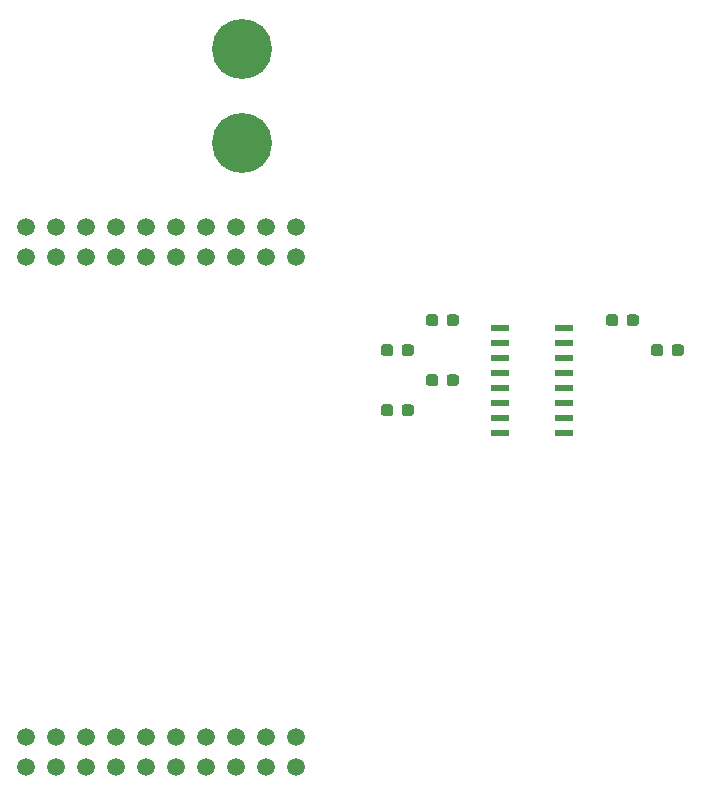
<source format=gbr>
G04 #@! TF.GenerationSoftware,KiCad,Pcbnew,(5.0.0)*
G04 #@! TF.CreationDate,2018-10-03T21:49:54-05:00*
G04 #@! TF.ProjectId,DriveBoard_Hardware,4472697665426F6172645F4861726477,rev?*
G04 #@! TF.SameCoordinates,Original*
G04 #@! TF.FileFunction,Paste,Top*
G04 #@! TF.FilePolarity,Positive*
%FSLAX46Y46*%
G04 Gerber Fmt 4.6, Leading zero omitted, Abs format (unit mm)*
G04 Created by KiCad (PCBNEW (5.0.0)) date 10/03/18 21:49:54*
%MOMM*%
%LPD*%
G01*
G04 APERTURE LIST*
%ADD10C,1.520000*%
%ADD11R,1.500000X0.600000*%
%ADD12C,5.080000*%
%ADD13C,0.100000*%
%ADD14C,0.950000*%
G04 APERTURE END LIST*
D10*
G04 #@! TO.C,U1*
X118389001Y-111505001D03*
X141249001Y-65785001D03*
X138709001Y-65785001D03*
X131089001Y-65785001D03*
X128549001Y-108965001D03*
X133629001Y-65785001D03*
X136169001Y-65785001D03*
X133629001Y-111505001D03*
X138709001Y-108965001D03*
X128549001Y-65785001D03*
X126009001Y-65785001D03*
X138709001Y-111505001D03*
X133629001Y-108965001D03*
X131089001Y-108965001D03*
X118389001Y-108965001D03*
X120929001Y-108965001D03*
X123469001Y-108965001D03*
X126009001Y-108965001D03*
X136169001Y-108965001D03*
X141249001Y-108965001D03*
X120929001Y-111505001D03*
X123469001Y-111505001D03*
X126009001Y-111505001D03*
X128549001Y-111505001D03*
X131089001Y-111505001D03*
X136169001Y-111505001D03*
X141249001Y-111505001D03*
X118389001Y-68325001D03*
X120929001Y-68325001D03*
X123469001Y-68325001D03*
X126009001Y-68325001D03*
X128549001Y-68325001D03*
X131089001Y-68325001D03*
X133629001Y-68325001D03*
X136169001Y-68325001D03*
X138709001Y-68325001D03*
X141249001Y-68325001D03*
X118389001Y-65785001D03*
X120929001Y-65785001D03*
X123469001Y-65785001D03*
G04 #@! TD*
D11*
G04 #@! TO.C,U2*
X158590000Y-74295000D03*
X158590000Y-75565000D03*
X158590000Y-76835000D03*
X158590000Y-78105000D03*
X158590000Y-79375000D03*
X158590000Y-80645000D03*
X158590000Y-81915000D03*
X158590000Y-83185000D03*
X163990000Y-83185000D03*
X163990000Y-81915000D03*
X163990000Y-80645000D03*
X163990000Y-79375000D03*
X163990000Y-78105000D03*
X163990000Y-76835000D03*
X163990000Y-75565000D03*
X163990000Y-74295000D03*
G04 #@! TD*
D12*
G04 #@! TO.C,Conn1*
X136677400Y-58675000D03*
X136677400Y-50674000D03*
G04 #@! TD*
D13*
G04 #@! TO.C,C1*
G36*
X149295779Y-75726144D02*
X149318834Y-75729563D01*
X149341443Y-75735227D01*
X149363387Y-75743079D01*
X149384457Y-75753044D01*
X149404448Y-75765026D01*
X149423168Y-75778910D01*
X149440438Y-75794562D01*
X149456090Y-75811832D01*
X149469974Y-75830552D01*
X149481956Y-75850543D01*
X149491921Y-75871613D01*
X149499773Y-75893557D01*
X149505437Y-75916166D01*
X149508856Y-75939221D01*
X149510000Y-75962500D01*
X149510000Y-76437500D01*
X149508856Y-76460779D01*
X149505437Y-76483834D01*
X149499773Y-76506443D01*
X149491921Y-76528387D01*
X149481956Y-76549457D01*
X149469974Y-76569448D01*
X149456090Y-76588168D01*
X149440438Y-76605438D01*
X149423168Y-76621090D01*
X149404448Y-76634974D01*
X149384457Y-76646956D01*
X149363387Y-76656921D01*
X149341443Y-76664773D01*
X149318834Y-76670437D01*
X149295779Y-76673856D01*
X149272500Y-76675000D01*
X148697500Y-76675000D01*
X148674221Y-76673856D01*
X148651166Y-76670437D01*
X148628557Y-76664773D01*
X148606613Y-76656921D01*
X148585543Y-76646956D01*
X148565552Y-76634974D01*
X148546832Y-76621090D01*
X148529562Y-76605438D01*
X148513910Y-76588168D01*
X148500026Y-76569448D01*
X148488044Y-76549457D01*
X148478079Y-76528387D01*
X148470227Y-76506443D01*
X148464563Y-76483834D01*
X148461144Y-76460779D01*
X148460000Y-76437500D01*
X148460000Y-75962500D01*
X148461144Y-75939221D01*
X148464563Y-75916166D01*
X148470227Y-75893557D01*
X148478079Y-75871613D01*
X148488044Y-75850543D01*
X148500026Y-75830552D01*
X148513910Y-75811832D01*
X148529562Y-75794562D01*
X148546832Y-75778910D01*
X148565552Y-75765026D01*
X148585543Y-75753044D01*
X148606613Y-75743079D01*
X148628557Y-75735227D01*
X148651166Y-75729563D01*
X148674221Y-75726144D01*
X148697500Y-75725000D01*
X149272500Y-75725000D01*
X149295779Y-75726144D01*
X149295779Y-75726144D01*
G37*
D14*
X148985000Y-76200000D03*
D13*
G36*
X151045779Y-75726144D02*
X151068834Y-75729563D01*
X151091443Y-75735227D01*
X151113387Y-75743079D01*
X151134457Y-75753044D01*
X151154448Y-75765026D01*
X151173168Y-75778910D01*
X151190438Y-75794562D01*
X151206090Y-75811832D01*
X151219974Y-75830552D01*
X151231956Y-75850543D01*
X151241921Y-75871613D01*
X151249773Y-75893557D01*
X151255437Y-75916166D01*
X151258856Y-75939221D01*
X151260000Y-75962500D01*
X151260000Y-76437500D01*
X151258856Y-76460779D01*
X151255437Y-76483834D01*
X151249773Y-76506443D01*
X151241921Y-76528387D01*
X151231956Y-76549457D01*
X151219974Y-76569448D01*
X151206090Y-76588168D01*
X151190438Y-76605438D01*
X151173168Y-76621090D01*
X151154448Y-76634974D01*
X151134457Y-76646956D01*
X151113387Y-76656921D01*
X151091443Y-76664773D01*
X151068834Y-76670437D01*
X151045779Y-76673856D01*
X151022500Y-76675000D01*
X150447500Y-76675000D01*
X150424221Y-76673856D01*
X150401166Y-76670437D01*
X150378557Y-76664773D01*
X150356613Y-76656921D01*
X150335543Y-76646956D01*
X150315552Y-76634974D01*
X150296832Y-76621090D01*
X150279562Y-76605438D01*
X150263910Y-76588168D01*
X150250026Y-76569448D01*
X150238044Y-76549457D01*
X150228079Y-76528387D01*
X150220227Y-76506443D01*
X150214563Y-76483834D01*
X150211144Y-76460779D01*
X150210000Y-76437500D01*
X150210000Y-75962500D01*
X150211144Y-75939221D01*
X150214563Y-75916166D01*
X150220227Y-75893557D01*
X150228079Y-75871613D01*
X150238044Y-75850543D01*
X150250026Y-75830552D01*
X150263910Y-75811832D01*
X150279562Y-75794562D01*
X150296832Y-75778910D01*
X150315552Y-75765026D01*
X150335543Y-75753044D01*
X150356613Y-75743079D01*
X150378557Y-75735227D01*
X150401166Y-75729563D01*
X150424221Y-75726144D01*
X150447500Y-75725000D01*
X151022500Y-75725000D01*
X151045779Y-75726144D01*
X151045779Y-75726144D01*
G37*
D14*
X150735000Y-76200000D03*
G04 #@! TD*
D13*
G04 #@! TO.C,C2*
G36*
X151045779Y-80806144D02*
X151068834Y-80809563D01*
X151091443Y-80815227D01*
X151113387Y-80823079D01*
X151134457Y-80833044D01*
X151154448Y-80845026D01*
X151173168Y-80858910D01*
X151190438Y-80874562D01*
X151206090Y-80891832D01*
X151219974Y-80910552D01*
X151231956Y-80930543D01*
X151241921Y-80951613D01*
X151249773Y-80973557D01*
X151255437Y-80996166D01*
X151258856Y-81019221D01*
X151260000Y-81042500D01*
X151260000Y-81517500D01*
X151258856Y-81540779D01*
X151255437Y-81563834D01*
X151249773Y-81586443D01*
X151241921Y-81608387D01*
X151231956Y-81629457D01*
X151219974Y-81649448D01*
X151206090Y-81668168D01*
X151190438Y-81685438D01*
X151173168Y-81701090D01*
X151154448Y-81714974D01*
X151134457Y-81726956D01*
X151113387Y-81736921D01*
X151091443Y-81744773D01*
X151068834Y-81750437D01*
X151045779Y-81753856D01*
X151022500Y-81755000D01*
X150447500Y-81755000D01*
X150424221Y-81753856D01*
X150401166Y-81750437D01*
X150378557Y-81744773D01*
X150356613Y-81736921D01*
X150335543Y-81726956D01*
X150315552Y-81714974D01*
X150296832Y-81701090D01*
X150279562Y-81685438D01*
X150263910Y-81668168D01*
X150250026Y-81649448D01*
X150238044Y-81629457D01*
X150228079Y-81608387D01*
X150220227Y-81586443D01*
X150214563Y-81563834D01*
X150211144Y-81540779D01*
X150210000Y-81517500D01*
X150210000Y-81042500D01*
X150211144Y-81019221D01*
X150214563Y-80996166D01*
X150220227Y-80973557D01*
X150228079Y-80951613D01*
X150238044Y-80930543D01*
X150250026Y-80910552D01*
X150263910Y-80891832D01*
X150279562Y-80874562D01*
X150296832Y-80858910D01*
X150315552Y-80845026D01*
X150335543Y-80833044D01*
X150356613Y-80823079D01*
X150378557Y-80815227D01*
X150401166Y-80809563D01*
X150424221Y-80806144D01*
X150447500Y-80805000D01*
X151022500Y-80805000D01*
X151045779Y-80806144D01*
X151045779Y-80806144D01*
G37*
D14*
X150735000Y-81280000D03*
D13*
G36*
X149295779Y-80806144D02*
X149318834Y-80809563D01*
X149341443Y-80815227D01*
X149363387Y-80823079D01*
X149384457Y-80833044D01*
X149404448Y-80845026D01*
X149423168Y-80858910D01*
X149440438Y-80874562D01*
X149456090Y-80891832D01*
X149469974Y-80910552D01*
X149481956Y-80930543D01*
X149491921Y-80951613D01*
X149499773Y-80973557D01*
X149505437Y-80996166D01*
X149508856Y-81019221D01*
X149510000Y-81042500D01*
X149510000Y-81517500D01*
X149508856Y-81540779D01*
X149505437Y-81563834D01*
X149499773Y-81586443D01*
X149491921Y-81608387D01*
X149481956Y-81629457D01*
X149469974Y-81649448D01*
X149456090Y-81668168D01*
X149440438Y-81685438D01*
X149423168Y-81701090D01*
X149404448Y-81714974D01*
X149384457Y-81726956D01*
X149363387Y-81736921D01*
X149341443Y-81744773D01*
X149318834Y-81750437D01*
X149295779Y-81753856D01*
X149272500Y-81755000D01*
X148697500Y-81755000D01*
X148674221Y-81753856D01*
X148651166Y-81750437D01*
X148628557Y-81744773D01*
X148606613Y-81736921D01*
X148585543Y-81726956D01*
X148565552Y-81714974D01*
X148546832Y-81701090D01*
X148529562Y-81685438D01*
X148513910Y-81668168D01*
X148500026Y-81649448D01*
X148488044Y-81629457D01*
X148478079Y-81608387D01*
X148470227Y-81586443D01*
X148464563Y-81563834D01*
X148461144Y-81540779D01*
X148460000Y-81517500D01*
X148460000Y-81042500D01*
X148461144Y-81019221D01*
X148464563Y-80996166D01*
X148470227Y-80973557D01*
X148478079Y-80951613D01*
X148488044Y-80930543D01*
X148500026Y-80910552D01*
X148513910Y-80891832D01*
X148529562Y-80874562D01*
X148546832Y-80858910D01*
X148565552Y-80845026D01*
X148585543Y-80833044D01*
X148606613Y-80823079D01*
X148628557Y-80815227D01*
X148651166Y-80809563D01*
X148674221Y-80806144D01*
X148697500Y-80805000D01*
X149272500Y-80805000D01*
X149295779Y-80806144D01*
X149295779Y-80806144D01*
G37*
D14*
X148985000Y-81280000D03*
G04 #@! TD*
D13*
G04 #@! TO.C,C3*
G36*
X173905779Y-75726144D02*
X173928834Y-75729563D01*
X173951443Y-75735227D01*
X173973387Y-75743079D01*
X173994457Y-75753044D01*
X174014448Y-75765026D01*
X174033168Y-75778910D01*
X174050438Y-75794562D01*
X174066090Y-75811832D01*
X174079974Y-75830552D01*
X174091956Y-75850543D01*
X174101921Y-75871613D01*
X174109773Y-75893557D01*
X174115437Y-75916166D01*
X174118856Y-75939221D01*
X174120000Y-75962500D01*
X174120000Y-76437500D01*
X174118856Y-76460779D01*
X174115437Y-76483834D01*
X174109773Y-76506443D01*
X174101921Y-76528387D01*
X174091956Y-76549457D01*
X174079974Y-76569448D01*
X174066090Y-76588168D01*
X174050438Y-76605438D01*
X174033168Y-76621090D01*
X174014448Y-76634974D01*
X173994457Y-76646956D01*
X173973387Y-76656921D01*
X173951443Y-76664773D01*
X173928834Y-76670437D01*
X173905779Y-76673856D01*
X173882500Y-76675000D01*
X173307500Y-76675000D01*
X173284221Y-76673856D01*
X173261166Y-76670437D01*
X173238557Y-76664773D01*
X173216613Y-76656921D01*
X173195543Y-76646956D01*
X173175552Y-76634974D01*
X173156832Y-76621090D01*
X173139562Y-76605438D01*
X173123910Y-76588168D01*
X173110026Y-76569448D01*
X173098044Y-76549457D01*
X173088079Y-76528387D01*
X173080227Y-76506443D01*
X173074563Y-76483834D01*
X173071144Y-76460779D01*
X173070000Y-76437500D01*
X173070000Y-75962500D01*
X173071144Y-75939221D01*
X173074563Y-75916166D01*
X173080227Y-75893557D01*
X173088079Y-75871613D01*
X173098044Y-75850543D01*
X173110026Y-75830552D01*
X173123910Y-75811832D01*
X173139562Y-75794562D01*
X173156832Y-75778910D01*
X173175552Y-75765026D01*
X173195543Y-75753044D01*
X173216613Y-75743079D01*
X173238557Y-75735227D01*
X173261166Y-75729563D01*
X173284221Y-75726144D01*
X173307500Y-75725000D01*
X173882500Y-75725000D01*
X173905779Y-75726144D01*
X173905779Y-75726144D01*
G37*
D14*
X173595000Y-76200000D03*
D13*
G36*
X172155779Y-75726144D02*
X172178834Y-75729563D01*
X172201443Y-75735227D01*
X172223387Y-75743079D01*
X172244457Y-75753044D01*
X172264448Y-75765026D01*
X172283168Y-75778910D01*
X172300438Y-75794562D01*
X172316090Y-75811832D01*
X172329974Y-75830552D01*
X172341956Y-75850543D01*
X172351921Y-75871613D01*
X172359773Y-75893557D01*
X172365437Y-75916166D01*
X172368856Y-75939221D01*
X172370000Y-75962500D01*
X172370000Y-76437500D01*
X172368856Y-76460779D01*
X172365437Y-76483834D01*
X172359773Y-76506443D01*
X172351921Y-76528387D01*
X172341956Y-76549457D01*
X172329974Y-76569448D01*
X172316090Y-76588168D01*
X172300438Y-76605438D01*
X172283168Y-76621090D01*
X172264448Y-76634974D01*
X172244457Y-76646956D01*
X172223387Y-76656921D01*
X172201443Y-76664773D01*
X172178834Y-76670437D01*
X172155779Y-76673856D01*
X172132500Y-76675000D01*
X171557500Y-76675000D01*
X171534221Y-76673856D01*
X171511166Y-76670437D01*
X171488557Y-76664773D01*
X171466613Y-76656921D01*
X171445543Y-76646956D01*
X171425552Y-76634974D01*
X171406832Y-76621090D01*
X171389562Y-76605438D01*
X171373910Y-76588168D01*
X171360026Y-76569448D01*
X171348044Y-76549457D01*
X171338079Y-76528387D01*
X171330227Y-76506443D01*
X171324563Y-76483834D01*
X171321144Y-76460779D01*
X171320000Y-76437500D01*
X171320000Y-75962500D01*
X171321144Y-75939221D01*
X171324563Y-75916166D01*
X171330227Y-75893557D01*
X171338079Y-75871613D01*
X171348044Y-75850543D01*
X171360026Y-75830552D01*
X171373910Y-75811832D01*
X171389562Y-75794562D01*
X171406832Y-75778910D01*
X171425552Y-75765026D01*
X171445543Y-75753044D01*
X171466613Y-75743079D01*
X171488557Y-75735227D01*
X171511166Y-75729563D01*
X171534221Y-75726144D01*
X171557500Y-75725000D01*
X172132500Y-75725000D01*
X172155779Y-75726144D01*
X172155779Y-75726144D01*
G37*
D14*
X171845000Y-76200000D03*
G04 #@! TD*
D13*
G04 #@! TO.C,C4*
G36*
X153105779Y-73186144D02*
X153128834Y-73189563D01*
X153151443Y-73195227D01*
X153173387Y-73203079D01*
X153194457Y-73213044D01*
X153214448Y-73225026D01*
X153233168Y-73238910D01*
X153250438Y-73254562D01*
X153266090Y-73271832D01*
X153279974Y-73290552D01*
X153291956Y-73310543D01*
X153301921Y-73331613D01*
X153309773Y-73353557D01*
X153315437Y-73376166D01*
X153318856Y-73399221D01*
X153320000Y-73422500D01*
X153320000Y-73897500D01*
X153318856Y-73920779D01*
X153315437Y-73943834D01*
X153309773Y-73966443D01*
X153301921Y-73988387D01*
X153291956Y-74009457D01*
X153279974Y-74029448D01*
X153266090Y-74048168D01*
X153250438Y-74065438D01*
X153233168Y-74081090D01*
X153214448Y-74094974D01*
X153194457Y-74106956D01*
X153173387Y-74116921D01*
X153151443Y-74124773D01*
X153128834Y-74130437D01*
X153105779Y-74133856D01*
X153082500Y-74135000D01*
X152507500Y-74135000D01*
X152484221Y-74133856D01*
X152461166Y-74130437D01*
X152438557Y-74124773D01*
X152416613Y-74116921D01*
X152395543Y-74106956D01*
X152375552Y-74094974D01*
X152356832Y-74081090D01*
X152339562Y-74065438D01*
X152323910Y-74048168D01*
X152310026Y-74029448D01*
X152298044Y-74009457D01*
X152288079Y-73988387D01*
X152280227Y-73966443D01*
X152274563Y-73943834D01*
X152271144Y-73920779D01*
X152270000Y-73897500D01*
X152270000Y-73422500D01*
X152271144Y-73399221D01*
X152274563Y-73376166D01*
X152280227Y-73353557D01*
X152288079Y-73331613D01*
X152298044Y-73310543D01*
X152310026Y-73290552D01*
X152323910Y-73271832D01*
X152339562Y-73254562D01*
X152356832Y-73238910D01*
X152375552Y-73225026D01*
X152395543Y-73213044D01*
X152416613Y-73203079D01*
X152438557Y-73195227D01*
X152461166Y-73189563D01*
X152484221Y-73186144D01*
X152507500Y-73185000D01*
X153082500Y-73185000D01*
X153105779Y-73186144D01*
X153105779Y-73186144D01*
G37*
D14*
X152795000Y-73660000D03*
D13*
G36*
X154855779Y-73186144D02*
X154878834Y-73189563D01*
X154901443Y-73195227D01*
X154923387Y-73203079D01*
X154944457Y-73213044D01*
X154964448Y-73225026D01*
X154983168Y-73238910D01*
X155000438Y-73254562D01*
X155016090Y-73271832D01*
X155029974Y-73290552D01*
X155041956Y-73310543D01*
X155051921Y-73331613D01*
X155059773Y-73353557D01*
X155065437Y-73376166D01*
X155068856Y-73399221D01*
X155070000Y-73422500D01*
X155070000Y-73897500D01*
X155068856Y-73920779D01*
X155065437Y-73943834D01*
X155059773Y-73966443D01*
X155051921Y-73988387D01*
X155041956Y-74009457D01*
X155029974Y-74029448D01*
X155016090Y-74048168D01*
X155000438Y-74065438D01*
X154983168Y-74081090D01*
X154964448Y-74094974D01*
X154944457Y-74106956D01*
X154923387Y-74116921D01*
X154901443Y-74124773D01*
X154878834Y-74130437D01*
X154855779Y-74133856D01*
X154832500Y-74135000D01*
X154257500Y-74135000D01*
X154234221Y-74133856D01*
X154211166Y-74130437D01*
X154188557Y-74124773D01*
X154166613Y-74116921D01*
X154145543Y-74106956D01*
X154125552Y-74094974D01*
X154106832Y-74081090D01*
X154089562Y-74065438D01*
X154073910Y-74048168D01*
X154060026Y-74029448D01*
X154048044Y-74009457D01*
X154038079Y-73988387D01*
X154030227Y-73966443D01*
X154024563Y-73943834D01*
X154021144Y-73920779D01*
X154020000Y-73897500D01*
X154020000Y-73422500D01*
X154021144Y-73399221D01*
X154024563Y-73376166D01*
X154030227Y-73353557D01*
X154038079Y-73331613D01*
X154048044Y-73310543D01*
X154060026Y-73290552D01*
X154073910Y-73271832D01*
X154089562Y-73254562D01*
X154106832Y-73238910D01*
X154125552Y-73225026D01*
X154145543Y-73213044D01*
X154166613Y-73203079D01*
X154188557Y-73195227D01*
X154211166Y-73189563D01*
X154234221Y-73186144D01*
X154257500Y-73185000D01*
X154832500Y-73185000D01*
X154855779Y-73186144D01*
X154855779Y-73186144D01*
G37*
D14*
X154545000Y-73660000D03*
G04 #@! TD*
D13*
G04 #@! TO.C,C5*
G36*
X154855779Y-78266144D02*
X154878834Y-78269563D01*
X154901443Y-78275227D01*
X154923387Y-78283079D01*
X154944457Y-78293044D01*
X154964448Y-78305026D01*
X154983168Y-78318910D01*
X155000438Y-78334562D01*
X155016090Y-78351832D01*
X155029974Y-78370552D01*
X155041956Y-78390543D01*
X155051921Y-78411613D01*
X155059773Y-78433557D01*
X155065437Y-78456166D01*
X155068856Y-78479221D01*
X155070000Y-78502500D01*
X155070000Y-78977500D01*
X155068856Y-79000779D01*
X155065437Y-79023834D01*
X155059773Y-79046443D01*
X155051921Y-79068387D01*
X155041956Y-79089457D01*
X155029974Y-79109448D01*
X155016090Y-79128168D01*
X155000438Y-79145438D01*
X154983168Y-79161090D01*
X154964448Y-79174974D01*
X154944457Y-79186956D01*
X154923387Y-79196921D01*
X154901443Y-79204773D01*
X154878834Y-79210437D01*
X154855779Y-79213856D01*
X154832500Y-79215000D01*
X154257500Y-79215000D01*
X154234221Y-79213856D01*
X154211166Y-79210437D01*
X154188557Y-79204773D01*
X154166613Y-79196921D01*
X154145543Y-79186956D01*
X154125552Y-79174974D01*
X154106832Y-79161090D01*
X154089562Y-79145438D01*
X154073910Y-79128168D01*
X154060026Y-79109448D01*
X154048044Y-79089457D01*
X154038079Y-79068387D01*
X154030227Y-79046443D01*
X154024563Y-79023834D01*
X154021144Y-79000779D01*
X154020000Y-78977500D01*
X154020000Y-78502500D01*
X154021144Y-78479221D01*
X154024563Y-78456166D01*
X154030227Y-78433557D01*
X154038079Y-78411613D01*
X154048044Y-78390543D01*
X154060026Y-78370552D01*
X154073910Y-78351832D01*
X154089562Y-78334562D01*
X154106832Y-78318910D01*
X154125552Y-78305026D01*
X154145543Y-78293044D01*
X154166613Y-78283079D01*
X154188557Y-78275227D01*
X154211166Y-78269563D01*
X154234221Y-78266144D01*
X154257500Y-78265000D01*
X154832500Y-78265000D01*
X154855779Y-78266144D01*
X154855779Y-78266144D01*
G37*
D14*
X154545000Y-78740000D03*
D13*
G36*
X153105779Y-78266144D02*
X153128834Y-78269563D01*
X153151443Y-78275227D01*
X153173387Y-78283079D01*
X153194457Y-78293044D01*
X153214448Y-78305026D01*
X153233168Y-78318910D01*
X153250438Y-78334562D01*
X153266090Y-78351832D01*
X153279974Y-78370552D01*
X153291956Y-78390543D01*
X153301921Y-78411613D01*
X153309773Y-78433557D01*
X153315437Y-78456166D01*
X153318856Y-78479221D01*
X153320000Y-78502500D01*
X153320000Y-78977500D01*
X153318856Y-79000779D01*
X153315437Y-79023834D01*
X153309773Y-79046443D01*
X153301921Y-79068387D01*
X153291956Y-79089457D01*
X153279974Y-79109448D01*
X153266090Y-79128168D01*
X153250438Y-79145438D01*
X153233168Y-79161090D01*
X153214448Y-79174974D01*
X153194457Y-79186956D01*
X153173387Y-79196921D01*
X153151443Y-79204773D01*
X153128834Y-79210437D01*
X153105779Y-79213856D01*
X153082500Y-79215000D01*
X152507500Y-79215000D01*
X152484221Y-79213856D01*
X152461166Y-79210437D01*
X152438557Y-79204773D01*
X152416613Y-79196921D01*
X152395543Y-79186956D01*
X152375552Y-79174974D01*
X152356832Y-79161090D01*
X152339562Y-79145438D01*
X152323910Y-79128168D01*
X152310026Y-79109448D01*
X152298044Y-79089457D01*
X152288079Y-79068387D01*
X152280227Y-79046443D01*
X152274563Y-79023834D01*
X152271144Y-79000779D01*
X152270000Y-78977500D01*
X152270000Y-78502500D01*
X152271144Y-78479221D01*
X152274563Y-78456166D01*
X152280227Y-78433557D01*
X152288079Y-78411613D01*
X152298044Y-78390543D01*
X152310026Y-78370552D01*
X152323910Y-78351832D01*
X152339562Y-78334562D01*
X152356832Y-78318910D01*
X152375552Y-78305026D01*
X152395543Y-78293044D01*
X152416613Y-78283079D01*
X152438557Y-78275227D01*
X152461166Y-78269563D01*
X152484221Y-78266144D01*
X152507500Y-78265000D01*
X153082500Y-78265000D01*
X153105779Y-78266144D01*
X153105779Y-78266144D01*
G37*
D14*
X152795000Y-78740000D03*
G04 #@! TD*
D13*
G04 #@! TO.C,C6*
G36*
X170095779Y-73186144D02*
X170118834Y-73189563D01*
X170141443Y-73195227D01*
X170163387Y-73203079D01*
X170184457Y-73213044D01*
X170204448Y-73225026D01*
X170223168Y-73238910D01*
X170240438Y-73254562D01*
X170256090Y-73271832D01*
X170269974Y-73290552D01*
X170281956Y-73310543D01*
X170291921Y-73331613D01*
X170299773Y-73353557D01*
X170305437Y-73376166D01*
X170308856Y-73399221D01*
X170310000Y-73422500D01*
X170310000Y-73897500D01*
X170308856Y-73920779D01*
X170305437Y-73943834D01*
X170299773Y-73966443D01*
X170291921Y-73988387D01*
X170281956Y-74009457D01*
X170269974Y-74029448D01*
X170256090Y-74048168D01*
X170240438Y-74065438D01*
X170223168Y-74081090D01*
X170204448Y-74094974D01*
X170184457Y-74106956D01*
X170163387Y-74116921D01*
X170141443Y-74124773D01*
X170118834Y-74130437D01*
X170095779Y-74133856D01*
X170072500Y-74135000D01*
X169497500Y-74135000D01*
X169474221Y-74133856D01*
X169451166Y-74130437D01*
X169428557Y-74124773D01*
X169406613Y-74116921D01*
X169385543Y-74106956D01*
X169365552Y-74094974D01*
X169346832Y-74081090D01*
X169329562Y-74065438D01*
X169313910Y-74048168D01*
X169300026Y-74029448D01*
X169288044Y-74009457D01*
X169278079Y-73988387D01*
X169270227Y-73966443D01*
X169264563Y-73943834D01*
X169261144Y-73920779D01*
X169260000Y-73897500D01*
X169260000Y-73422500D01*
X169261144Y-73399221D01*
X169264563Y-73376166D01*
X169270227Y-73353557D01*
X169278079Y-73331613D01*
X169288044Y-73310543D01*
X169300026Y-73290552D01*
X169313910Y-73271832D01*
X169329562Y-73254562D01*
X169346832Y-73238910D01*
X169365552Y-73225026D01*
X169385543Y-73213044D01*
X169406613Y-73203079D01*
X169428557Y-73195227D01*
X169451166Y-73189563D01*
X169474221Y-73186144D01*
X169497500Y-73185000D01*
X170072500Y-73185000D01*
X170095779Y-73186144D01*
X170095779Y-73186144D01*
G37*
D14*
X169785000Y-73660000D03*
D13*
G36*
X168345779Y-73186144D02*
X168368834Y-73189563D01*
X168391443Y-73195227D01*
X168413387Y-73203079D01*
X168434457Y-73213044D01*
X168454448Y-73225026D01*
X168473168Y-73238910D01*
X168490438Y-73254562D01*
X168506090Y-73271832D01*
X168519974Y-73290552D01*
X168531956Y-73310543D01*
X168541921Y-73331613D01*
X168549773Y-73353557D01*
X168555437Y-73376166D01*
X168558856Y-73399221D01*
X168560000Y-73422500D01*
X168560000Y-73897500D01*
X168558856Y-73920779D01*
X168555437Y-73943834D01*
X168549773Y-73966443D01*
X168541921Y-73988387D01*
X168531956Y-74009457D01*
X168519974Y-74029448D01*
X168506090Y-74048168D01*
X168490438Y-74065438D01*
X168473168Y-74081090D01*
X168454448Y-74094974D01*
X168434457Y-74106956D01*
X168413387Y-74116921D01*
X168391443Y-74124773D01*
X168368834Y-74130437D01*
X168345779Y-74133856D01*
X168322500Y-74135000D01*
X167747500Y-74135000D01*
X167724221Y-74133856D01*
X167701166Y-74130437D01*
X167678557Y-74124773D01*
X167656613Y-74116921D01*
X167635543Y-74106956D01*
X167615552Y-74094974D01*
X167596832Y-74081090D01*
X167579562Y-74065438D01*
X167563910Y-74048168D01*
X167550026Y-74029448D01*
X167538044Y-74009457D01*
X167528079Y-73988387D01*
X167520227Y-73966443D01*
X167514563Y-73943834D01*
X167511144Y-73920779D01*
X167510000Y-73897500D01*
X167510000Y-73422500D01*
X167511144Y-73399221D01*
X167514563Y-73376166D01*
X167520227Y-73353557D01*
X167528079Y-73331613D01*
X167538044Y-73310543D01*
X167550026Y-73290552D01*
X167563910Y-73271832D01*
X167579562Y-73254562D01*
X167596832Y-73238910D01*
X167615552Y-73225026D01*
X167635543Y-73213044D01*
X167656613Y-73203079D01*
X167678557Y-73195227D01*
X167701166Y-73189563D01*
X167724221Y-73186144D01*
X167747500Y-73185000D01*
X168322500Y-73185000D01*
X168345779Y-73186144D01*
X168345779Y-73186144D01*
G37*
D14*
X168035000Y-73660000D03*
G04 #@! TD*
M02*

</source>
